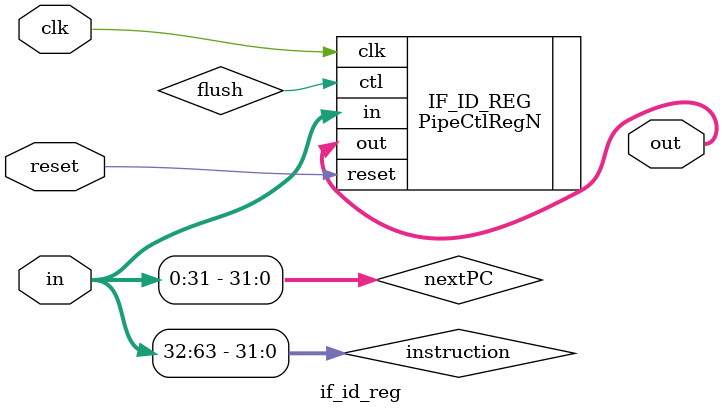
<source format=v>
module if_id_reg(in, out, clk, reset);
    parameter width = 64;
    input [0:width-1] in;
    input clk,reset;
    output [0:width-1] out;
    
    wire [0:31] nextPC = in[0:31];
    wire [0:31] instruction = in[32:63];
    // wire PCtoReg = in[64];
    // wire RegToPC = in[65];
    // wire jump = in[66];
    // wire branch = in[67];
    // wire branchZero = in[68];
    // wire RType = in[69];
    // wire RegWrite = in[70];
    // wire MemToReg = in[71];
    // wire MemWrite = in[72];
    // wire loadSign = in[73];
    // wire mul = in[74];
    // wire extOp = in[75];
    // wire LHIOp = in[76];
    // wire [0:1] DSize = in[77:78];
    // wire [0:3] ALUCtrl = in[79:82];
    
    PipeCtlRegN #(width) IF_ID_REG (
        .in(in),
        .ctl(flush),
        .clk(clk),
        .reset(reset),
        .out(out)
    );
    
    
endmodule
</source>
